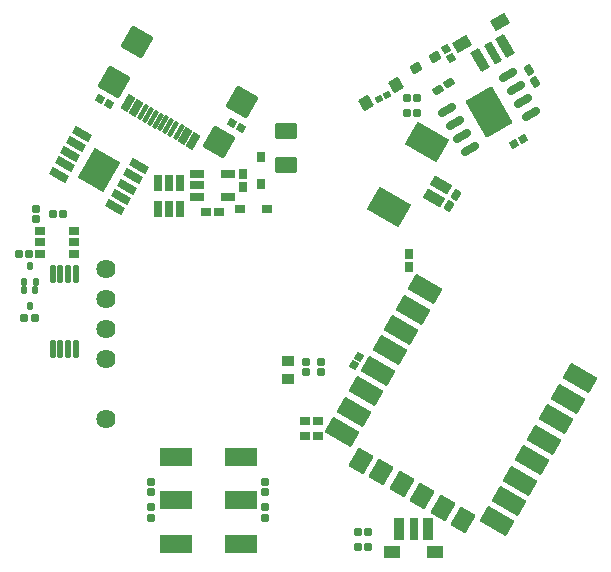
<source format=gts>
G04 Layer: TopSolderMaskLayer*
G04 EasyEDA v6.5.22, 2023-01-18 14:56:14*
G04 eb7a50f388b942ddb5e33576d95934dd,93c32eb58a6e4653a9b851d96a472eee,10*
G04 Gerber Generator version 0.2*
G04 Scale: 100 percent, Rotated: No, Reflected: No *
G04 Dimensions in millimeters *
G04 leading zeros omitted , absolute positions ,4 integer and 5 decimal *
%FSLAX45Y45*%
%MOMM*%

%AMMACRO1*1,1,$1,$2,$3*1,1,$1,$4,$5*1,1,$1,0-$2,0-$3*1,1,$1,0-$4,0-$5*20,1,$1,$2,$3,$4,$5,0*20,1,$1,$4,$5,0-$2,0-$3,0*20,1,$1,0-$2,0-$3,0-$4,0-$5,0*20,1,$1,0-$4,0-$5,$2,$3,0*4,1,4,$2,$3,$4,$5,0-$2,0-$3,0-$4,0-$5,$2,$3,0*%
%AMMACRO2*1,1,$1,$2,$3*1,1,$1,$4,$5*20,1,$1,$2,$3,$4,$5,0*%
%ADD10MACRO1,0.1016X0.27X-0.395X-0.27X-0.395*%
%ADD11MACRO1,0.1016X0.27X0.395X-0.27X0.395*%
%ADD12MACRO1,0.1016X0.395X0.27X0.395X-0.27*%
%ADD13MACRO1,0.1016X-0.395X0.27X-0.395X-0.27*%
%ADD14MACRO1,0.1X0.315X-0.415X-0.315X-0.415*%
%ADD15MACRO1,0.1X-0.415X-0.315X-0.415X0.315*%
%ADD16MACRO1,0.1016X0.864X0.595X0.864X-0.595*%
%ADD17MACRO1,0.1016X0.6311X-0.213X-0.1311X-0.653*%
%ADD18MACRO1,0.1016X-0.3395X0.058X0.1195X0.323*%
%ADD19MACRO1,0.1016X-0.2X0.255X0.2X0.255*%
%ADD20MACRO1,0.1016X0.2X-0.255X-0.2X-0.255*%
%ADD21O,0.5015992X1.6015970000000002*%
%ADD22MACRO1,0.1016X-0.432X0.4032X0.432X0.4032*%
%ADD23MACRO1,0.1016X-0.432X-0.4032X0.432X-0.4032*%
%ADD24MACRO1,0.1016X0.0924X-0.3799X-0.3752X-0.1099*%
%ADD25MACRO1,0.1016X0.3752X0.1099X-0.0924X0.3799*%
%ADD26MACRO1,0.1016X-0.27X0.2828X0.27X0.2828*%
%ADD27MACRO1,0.1016X-0.27X-0.2828X0.27X-0.2828*%
%ADD28MACRO1,0.1016X-0.2828X-0.27X-0.2828X0.27*%
%ADD29MACRO1,0.1016X0.2828X-0.27X0.2828X0.27*%
%ADD30MACRO1,0.1016X0.27X-0.2828X-0.27X-0.2828*%
%ADD31MACRO1,0.1016X0.27X0.2828X-0.27X0.2828*%
%ADD32MACRO1,0.1016X0.3752X-0.1099X-0.0924X-0.3799*%
%ADD33MACRO1,0.1016X0.0924X0.3799X-0.3752X0.1099*%
%ADD34MACRO1,0.1016X0.3799X0.0924X0.1099X-0.3752*%
%ADD35MACRO1,0.1016X-0.1099X0.3752X-0.3799X-0.0924*%
%ADD36MACRO1,0.1016X0.2828X0.27X0.2828X-0.27*%
%ADD37MACRO1,0.1016X-0.2828X0.27X-0.2828X-0.27*%
%ADD38MACRO1,0.1016X-0.3799X-0.0924X-0.1099X0.3752*%
%ADD39MACRO1,0.1016X0.1099X-0.3752X0.3799X0.0924*%
%ADD40MACRO1,0.1016X-0.1099X-0.3752X-0.3799X0.0924*%
%ADD41MACRO1,0.1016X0.3799X-0.0924X0.1099X0.3752*%
%ADD42MACRO1,0.1016X0.3111X0.6096X0.3111X-0.6096*%
%ADD43MACRO1,0.1016X0.3099X0.6096X0.3099X-0.6096*%
%ADD44MACRO1,0.1016X-0.3111X-0.6096X-0.3111X0.6096*%
%ADD45MACRO1,0.1016X-0.3105X-0.6096X-0.3105X0.6096*%
%ADD46MACRO1,0.1016X0.3118X0.6096X0.3118X-0.6096*%
%ADD47MACRO1,0.1016X0.7325X-1.2312X-1.4325X0.0188*%
%ADD48MACRO1,0.1016X-1.0312X-0.3861X-0.1812X1.0861*%
%ADD49MACRO1,0.1016X-0.7325X1.2312X1.4325X-0.0188*%
%ADD50MACRO1,0.1016X0.7995X-0.1152X0.4995X-0.6348*%
%ADD51MACRO1,0.1016X-1.7392X-0.6124X-0.3392X1.8124*%
%ADD52MACRO2,0.7016X-0.433X-0.25X0.433X0.25*%
%ADD53MACRO1,0.1016X0.2075X2.1406X1.9575X-0.8906*%
%ADD54MACRO1,0.1016X0.4001X-0.2553X-0.4001X-0.2553*%
%ADD55MACRO1,0.1016X-0.8928X0.0536X-0.4928X0.7464*%
%ADD56MACRO1,0.1016X-1.824X-0.1593X-0.774X1.6593*%
%ADD57MACRO1,0.1016X1.3X-0.75X-1.3X-0.75*%
%ADD58MACRO1,0.1016X0.7746X-0.5919X0.1253X-0.9668*%
%ADD59MACRO1,0.1016X0.7097X-0.6294X0.1902X-0.9293*%
%ADD60MACRO1,0.1016X0.3379X0.7148X0.788X-0.0648*%
%ADD61MACRO1,0.1016X0.3379X0.7148X0.7879X-0.0648*%
%ADD62MACRO1,0.1016X-0.3749X0.8999X0.3749X0.8999*%
%ADD63MACRO1,0.1016X-0.3X0.8999X0.3X0.8999*%
%ADD64MACRO1,0.1016X-0.65X-0.4501X-0.65X0.4501*%
%ADD65MACRO1,0.1016X-0.27X0.395X0.27X0.395*%
%ADD66MACRO1,0.1016X-0.27X-0.395X0.27X-0.395*%
%ADD67MACRO1,0.1016X-0.395X-0.27X-0.395X0.27*%
%ADD68MACRO1,0.1016X0.395X-0.27X0.395X0.27*%
%ADD69MACRO1,0.1016X0.2071X0.4314X0.4771X-0.0363*%
%ADD70MACRO1,0.1016X-0.4771X0.0363X-0.2071X-0.4314*%
%ADD71MACRO1,0.1016X-0.0363X0.4771X0.4314X0.2071*%
%ADD72MACRO1,0.1016X-0.4314X-0.2071X0.0363X-0.4771*%
%ADD73MACRO1,0.1016X0.4314X-0.2071X-0.0363X-0.4771*%
%ADD74MACRO1,0.1016X0.0363X0.4771X-0.4314X0.2071*%
%ADD75MACRO1,0.1016X0.5X-0.3X-0.5X-0.3*%
%ADD76MACRO1,0.1016X-0.1714X-0.5031X0.5214X-0.1031*%
%ADD77MACRO1,0.1X-0.0652X-0.7129X-0.5848X-0.4129*%
%ADD78MACRO1,0.1X-0.1951X-0.6379X-0.4549X-0.4879*%
%ADD79MACRO1,0.1X0.366X-1.366X-1.366X-0.366*%
%ADD80C,1.6256*%
%ADD81C,0.0113*%

%LPD*%
D10*
G01*
X-76200Y3000905D03*
D11*
G01*
X-76200Y2891894D03*
D12*
G01*
X-384705Y2679700D03*
D13*
G01*
X-275694Y2679700D03*
D14*
G01*
X76305Y2921297D03*
G01*
X76297Y3149287D03*
D15*
G01*
X-101201Y2705096D03*
G01*
X126789Y2705103D03*
D16*
G01*
X292100Y3370300D03*
G01*
X292100Y3081299D03*
D17*
G01*
X1223476Y3754894D03*
G01*
X972328Y3609896D03*
D18*
G01*
X1078128Y3638646D03*
G01*
X1145677Y3677645D03*
D19*
G01*
X-1879701Y2223912D03*
G01*
X-1929701Y2093909D03*
G01*
X-1829701Y2093909D03*
D20*
G01*
X-1880463Y1889185D03*
G01*
X-1830463Y2019188D03*
G01*
X-1930463Y2019188D03*
D21*
G01*
X-1685036Y1521460D03*
G01*
X-1620012Y1521460D03*
G01*
X-1554987Y1521460D03*
G01*
X-1489963Y1521460D03*
G01*
X-1685036Y2161539D03*
G01*
X-1620012Y2161539D03*
G01*
X-1554987Y2161539D03*
G01*
X-1489963Y2161539D03*
D22*
G01*
X304800Y1270875D03*
D23*
G01*
X304800Y1421524D03*
D24*
G01*
X910640Y1459884D03*
D25*
G01*
X867359Y1384915D03*
D26*
G01*
X457200Y1328317D03*
D27*
G01*
X457200Y1414882D03*
D28*
G01*
X-1887117Y2324100D03*
D29*
G01*
X-1973682Y2324100D03*
D28*
G01*
X-1837333Y1789176D03*
D29*
G01*
X-1923898Y1789176D03*
D30*
G01*
X584200Y1414882D03*
D31*
G01*
X584200Y1328317D03*
D28*
G01*
X983082Y-25400D03*
D29*
G01*
X896517Y-25400D03*
D28*
G01*
X983082Y-152400D03*
D29*
G01*
X896517Y-152400D03*
D32*
G01*
X1642059Y4063384D03*
D33*
G01*
X1685340Y3988415D03*
D30*
G01*
X-1828800Y2710282D03*
D31*
G01*
X-1828800Y2623717D03*
D28*
G01*
X1402182Y3517900D03*
D29*
G01*
X1315617Y3517900D03*
D34*
G01*
X-164484Y3437940D03*
D35*
G01*
X-89515Y3394659D03*
D28*
G01*
X1402182Y3644900D03*
D29*
G01*
X1315617Y3644900D03*
D36*
G01*
X-1681582Y2667000D03*
D37*
G01*
X-1595017Y2667000D03*
D38*
G01*
X-1207115Y3597859D03*
D39*
G01*
X-1282084Y3641140D03*
D40*
G01*
X2298084Y3298240D03*
D41*
G01*
X2223115Y3254959D03*
D26*
G01*
X114300Y96417D03*
D27*
G01*
X114300Y182982D03*
D26*
G01*
X114300Y312317D03*
D27*
G01*
X114300Y398882D03*
D30*
G01*
X-850900Y182982D03*
D31*
G01*
X-850900Y96417D03*
D26*
G01*
X-850900Y312317D03*
D27*
G01*
X-850900Y398882D03*
D42*
G01*
X-603552Y2709468D03*
D43*
G01*
X-793554Y2709468D03*
D44*
G01*
X-793554Y2929468D03*
D45*
G01*
X-698540Y2929468D03*
D44*
G01*
X-603552Y2929468D03*
D46*
G01*
X-698540Y2709468D03*
D47*
G01*
X2776373Y1275621D03*
G01*
X2676352Y1102428D03*
G01*
X2576374Y929212D03*
G01*
X2476308Y756044D03*
G01*
X2376374Y582801D03*
G01*
X2276440Y409558D03*
G01*
X2176330Y236418D03*
G01*
X2076198Y63289D03*
D48*
G01*
X1790143Y78229D03*
G01*
X1616976Y178295D03*
G01*
X1443838Y278256D03*
G01*
X1270567Y378294D03*
G01*
X1097498Y478275D03*
G01*
X924393Y578043D03*
D49*
G01*
X768549Y818260D03*
G01*
X868483Y991504D03*
G01*
X968482Y1164708D03*
G01*
X1068482Y1337913D03*
G01*
X1168482Y1511118D03*
G01*
X1268482Y1684323D03*
G01*
X1368482Y1857527D03*
G01*
X1468481Y2030732D03*
D50*
G01*
X-1433600Y3346080D03*
G01*
X-1483600Y3259476D03*
G01*
X-1533599Y3172875D03*
G01*
X-1583599Y3086272D03*
G01*
X-1633599Y2999670D03*
G01*
X-1157298Y2724677D03*
G01*
X-1107299Y2811279D03*
G01*
X-1057299Y2897882D03*
G01*
X-1007299Y2984483D03*
G01*
X-957299Y3071087D03*
D51*
G01*
X-1295449Y3035377D03*
D52*
G01*
X1658061Y3548810D03*
G01*
X1721561Y3438829D03*
G01*
X1785061Y3328846D03*
G01*
X1848561Y3218864D03*
G01*
X2172792Y3845990D03*
G01*
X2236292Y3736008D03*
G01*
X2299792Y3626026D03*
G01*
X2363292Y3516044D03*
D53*
G01*
X2010670Y3532423D03*
D54*
G01*
X-1795780Y2519680D03*
G01*
X-1795780Y2425700D03*
G01*
X-1795780Y2331719D03*
G01*
X-1506219Y2331719D03*
G01*
X-1506219Y2425700D03*
G01*
X-1506219Y2519680D03*
D55*
G01*
X1605589Y2908999D03*
G01*
X1543093Y2800751D03*
D56*
G01*
X1164446Y2724900D03*
G01*
X1481946Y3274827D03*
D57*
G01*
X-643299Y-128701D03*
G01*
X-643299Y241300D03*
G01*
X-643299Y611301D03*
G01*
X-93300Y-128701D03*
G01*
X-93300Y241300D03*
G01*
X-93300Y611301D03*
D58*
G01*
X2148739Y4091607D03*
D59*
G01*
X2041376Y4029621D03*
D58*
G01*
X1936563Y3969106D03*
D60*
G01*
X2105370Y4291728D03*
D61*
G01*
X1784940Y4106730D03*
D62*
G01*
X1249100Y-4094D03*
D63*
G01*
X1373073Y-4094D03*
D62*
G01*
X1494101Y-4094D03*
D64*
G01*
X1186600Y-199090D03*
G01*
X1556598Y-199090D03*
D65*
G01*
X1333500Y2218794D03*
D66*
G01*
X1333500Y2327805D03*
D67*
G01*
X562505Y787400D03*
D68*
G01*
X453494Y787400D03*
D67*
G01*
X562505Y914400D03*
D68*
G01*
X453494Y914400D03*
D69*
G01*
X1578396Y3719247D03*
D70*
G01*
X1672803Y3773752D03*
D71*
G01*
X1674544Y2734094D03*
D72*
G01*
X1729054Y2828502D03*
D73*
G01*
X2347647Y3882603D03*
D74*
G01*
X2402152Y3788196D03*
D75*
G01*
X-200190Y3003296D03*
G01*
X-200190Y2813303D03*
G01*
X-460209Y2813303D03*
G01*
X-460209Y2908300D03*
G01*
X-460209Y3003296D03*
D76*
G01*
X1395249Y3904682D03*
G01*
X1551147Y3994689D03*
D77*
G01*
X-1047325Y3605430D03*
G01*
X-978062Y3565428D03*
D78*
G01*
X-921771Y3532929D03*
G01*
X-878459Y3507922D03*
G01*
X-835168Y3482929D03*
G01*
X-791856Y3457922D03*
G01*
X-748565Y3432929D03*
G01*
X-705253Y3407923D03*
G01*
X-661964Y3382929D03*
G01*
X-618652Y3357923D03*
D77*
G01*
X-562362Y3325423D03*
G01*
X-493072Y3285418D03*
D79*
G01*
X-1161873Y3787021D03*
G01*
X-966872Y4124770D03*
G01*
X-83527Y3614771D03*
G01*
X-278528Y3277022D03*
D80*
G01*
X-1231900Y1689100D03*
G01*
X-1231900Y1435100D03*
G01*
X-1231900Y927100D03*
G01*
X-1231900Y1943100D03*
G01*
X-1231900Y2197100D03*
M02*

</source>
